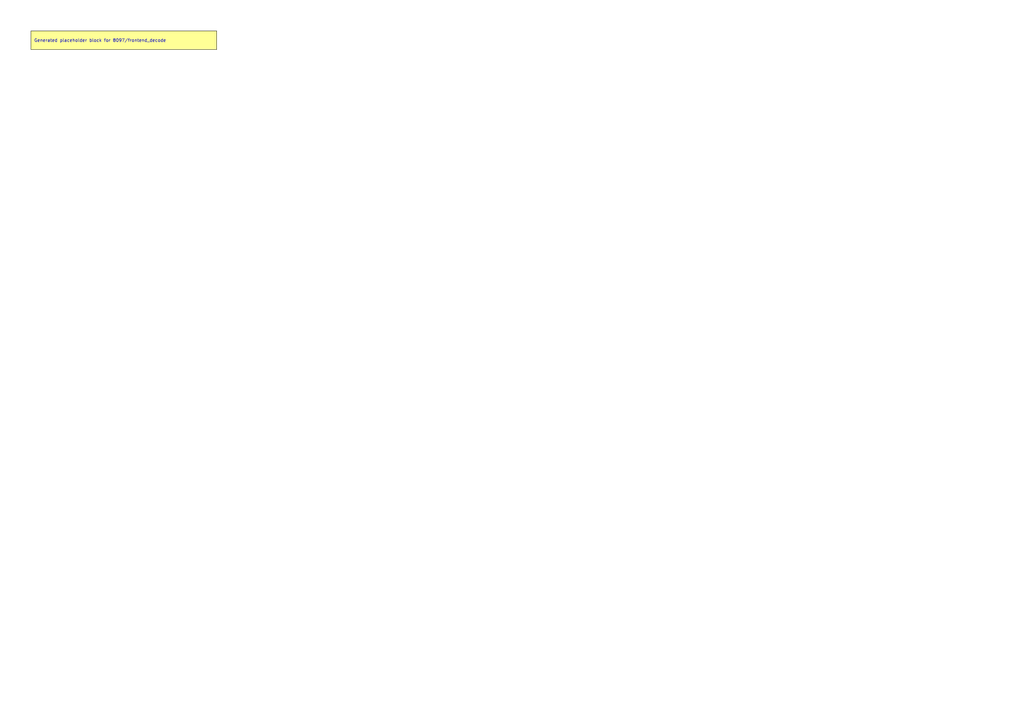
<source format=kicad_sch>
(kicad_sch
	(version 20250114)
	(generator "kicadgen")
	(generator_version "0.1")
	(uuid "79650c60-5695-52eb-96a8-d20e06b01ab2")
	(paper "A3")
	(title_block
		(title "8097::frontend_decode")
		(company "Project Carbon")
		(comment 1 "Generated - do not edit in generated/")
		(comment 2 "Edit in schem/kicad9/manual/ or refine mapping specs")
	)
	(lib_symbols)
	(text_box
		"Generated placeholder block for 8097/frontend_decode"
		(exclude_from_sim no)
		(at
			12.7
			12.7
			0
		)
		(size 76.2 7.62)
		(margins
			1.27
			1.27
			1.27
			1.27
		)
		(stroke
			(width 0)
			(type default)
			(color
				0
				0
				0
				1
			)
		)
		(fill
			(type color)
			(color
				255
				255
				150
				1
			)
		)
		(effects
			(font
				(size 1.27 1.27)
			)
			(justify left)
		)
		(uuid "c3ea6e1e-73e0-5c8a-8368-d116bed5e1bc")
	)
	(sheet_instances
		(path
			"/"
			(page "1")
		)
	)
	(embedded_fonts no)
)

</source>
